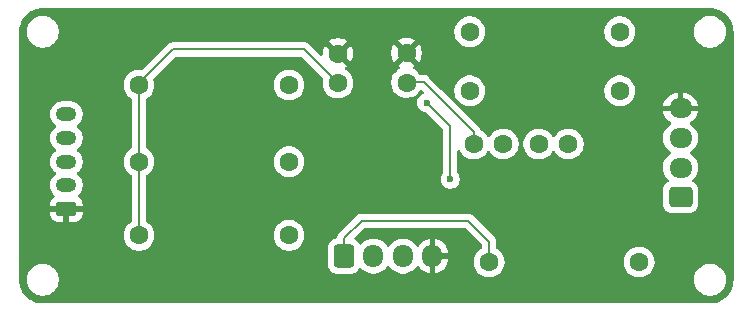
<source format=gbr>
%TF.GenerationSoftware,KiCad,Pcbnew,9.0.2*%
%TF.CreationDate,2025-07-11T15:27:11-07:00*%
%TF.ProjectId,I2C mux buffer,49324320-6d75-4782-9062-75666665722e,rev?*%
%TF.SameCoordinates,Original*%
%TF.FileFunction,Copper,L2,Bot*%
%TF.FilePolarity,Positive*%
%FSLAX46Y46*%
G04 Gerber Fmt 4.6, Leading zero omitted, Abs format (unit mm)*
G04 Created by KiCad (PCBNEW 9.0.2) date 2025-07-11 15:27:11*
%MOMM*%
%LPD*%
G01*
G04 APERTURE LIST*
G04 Aperture macros list*
%AMRoundRect*
0 Rectangle with rounded corners*
0 $1 Rounding radius*
0 $2 $3 $4 $5 $6 $7 $8 $9 X,Y pos of 4 corners*
0 Add a 4 corners polygon primitive as box body*
4,1,4,$2,$3,$4,$5,$6,$7,$8,$9,$2,$3,0*
0 Add four circle primitives for the rounded corners*
1,1,$1+$1,$2,$3*
1,1,$1+$1,$4,$5*
1,1,$1+$1,$6,$7*
1,1,$1+$1,$8,$9*
0 Add four rect primitives between the rounded corners*
20,1,$1+$1,$2,$3,$4,$5,0*
20,1,$1+$1,$4,$5,$6,$7,0*
20,1,$1+$1,$6,$7,$8,$9,0*
20,1,$1+$1,$8,$9,$2,$3,0*%
G04 Aperture macros list end*
%TA.AperFunction,ComponentPad*%
%ADD10C,1.600000*%
%TD*%
%TA.AperFunction,ComponentPad*%
%ADD11RoundRect,0.250000X-0.600000X-0.725000X0.600000X-0.725000X0.600000X0.725000X-0.600000X0.725000X0*%
%TD*%
%TA.AperFunction,ComponentPad*%
%ADD12O,1.700000X1.950000*%
%TD*%
%TA.AperFunction,ComponentPad*%
%ADD13RoundRect,0.250000X0.625000X-0.350000X0.625000X0.350000X-0.625000X0.350000X-0.625000X-0.350000X0*%
%TD*%
%TA.AperFunction,ComponentPad*%
%ADD14O,1.750000X1.200000*%
%TD*%
%TA.AperFunction,ComponentPad*%
%ADD15RoundRect,0.250000X0.725000X-0.600000X0.725000X0.600000X-0.725000X0.600000X-0.725000X-0.600000X0*%
%TD*%
%TA.AperFunction,ComponentPad*%
%ADD16O,1.950000X1.700000*%
%TD*%
%TA.AperFunction,ViaPad*%
%ADD17C,0.600000*%
%TD*%
%TA.AperFunction,Conductor*%
%ADD18C,0.200000*%
%TD*%
G04 APERTURE END LIST*
D10*
%TO.P,R6,1*%
%TO.N,Net-(U2-EN)*%
X96500000Y-94000000D03*
%TO.P,R6,2*%
%TO.N,+3V3*%
X83800000Y-94000000D03*
%TD*%
D11*
%TO.P,J1,1,Pin_1*%
%TO.N,+3V3*%
X71500000Y-93500000D03*
D12*
%TO.P,J1,2,Pin_2*%
%TO.N,Net-(J1-Pin_2)*%
X74000000Y-93500000D03*
%TO.P,J1,3,Pin_3*%
%TO.N,Net-(J1-Pin_3)*%
X76500000Y-93500000D03*
%TO.P,J1,4,Pin_4*%
%TO.N,GND*%
X79000000Y-93500000D03*
%TD*%
D10*
%TO.P,C3,1*%
%TO.N,+3V3*%
X71000000Y-78850000D03*
%TO.P,C3,2*%
%TO.N,GND*%
X71000000Y-76350000D03*
%TD*%
%TO.P,C4,1*%
%TO.N,+3V3*%
X76800000Y-78800000D03*
%TO.P,C4,2*%
%TO.N,GND*%
X76800000Y-76300000D03*
%TD*%
%TO.P,C1,1*%
%TO.N,+3V3*%
X88000000Y-84000000D03*
%TO.P,C1,2*%
%TO.N,Net-(U2-VCCB)*%
X90500000Y-84000000D03*
%TD*%
%TO.P,R5,1*%
%TO.N,Net-(U1-SD4)*%
X82150000Y-79500000D03*
%TO.P,R5,2*%
%TO.N,+3V3*%
X94850000Y-79500000D03*
%TD*%
%TO.P,C2,1*%
%TO.N,+3V3*%
X82500000Y-84000000D03*
%TO.P,C2,2*%
%TO.N,Net-(U2-VCCA)*%
X85000000Y-84000000D03*
%TD*%
%TO.P,R2,1*%
%TO.N,+3V3*%
X54150000Y-79000000D03*
%TO.P,R2,2*%
%TO.N,Net-(J3-Pin_4)*%
X66850000Y-79000000D03*
%TD*%
%TO.P,R4,1*%
%TO.N,Net-(U1-SC4)*%
X82150000Y-74500000D03*
%TO.P,R4,2*%
%TO.N,+3V3*%
X94850000Y-74500000D03*
%TD*%
D13*
%TO.P,J3,1,Pin_1*%
%TO.N,GND*%
X48000000Y-89500000D03*
D14*
%TO.P,J3,2,Pin_2*%
%TO.N,Net-(J3-Pin_2)*%
X48000000Y-87500000D03*
%TO.P,J3,3,Pin_3*%
%TO.N,Net-(J3-Pin_3)*%
X48000000Y-85500000D03*
%TO.P,J3,4,Pin_4*%
%TO.N,Net-(J3-Pin_4)*%
X48000000Y-83500000D03*
%TO.P,J3,5,Pin_5*%
%TO.N,+3V3*%
X48000000Y-81500000D03*
%TD*%
D15*
%TO.P,J2,1,Pin_1*%
%TO.N,+3V3*%
X100000000Y-88500000D03*
D16*
%TO.P,J2,2,Pin_2*%
%TO.N,Net-(J2-Pin_2)*%
X100000000Y-86000000D03*
%TO.P,J2,3,Pin_3*%
%TO.N,Net-(J2-Pin_3)*%
X100000000Y-83500000D03*
%TO.P,J2,4,Pin_4*%
%TO.N,GND*%
X100000000Y-81000000D03*
%TD*%
D10*
%TO.P,R1,1*%
%TO.N,+3V3*%
X54150000Y-85500000D03*
%TO.P,R1,2*%
%TO.N,Net-(J3-Pin_3)*%
X66850000Y-85500000D03*
%TD*%
%TO.P,R3,1*%
%TO.N,+3V3*%
X54150000Y-91750000D03*
%TO.P,R3,2*%
%TO.N,Net-(J3-Pin_2)*%
X66850000Y-91750000D03*
%TD*%
D17*
%TO.N,Net-(U1-SC4)*%
X78500000Y-80500000D03*
X80500000Y-87000000D03*
%TD*%
D18*
%TO.N,+3V3*%
X54150000Y-78850000D02*
X54150000Y-79000000D01*
X57000000Y-76000000D02*
X54150000Y-78850000D01*
X68150000Y-76000000D02*
X57000000Y-76000000D01*
X71000000Y-78850000D02*
X68150000Y-76000000D01*
X78250000Y-78750000D02*
X82500000Y-83000000D01*
X76800000Y-78800000D02*
X76850000Y-78750000D01*
X76850000Y-78750000D02*
X78250000Y-78750000D01*
X82500000Y-83000000D02*
X82500000Y-84000000D01*
%TO.N,Net-(U1-SC4)*%
X80500000Y-82500000D02*
X80500000Y-87000000D01*
X78517835Y-80517835D02*
X80500000Y-82500000D01*
X78500000Y-80500000D02*
X78482165Y-80517835D01*
X78482165Y-80517835D02*
X78517835Y-80517835D01*
%TO.N,+3V3*%
X73000000Y-90500000D02*
X82000000Y-90500000D01*
X71500000Y-93500000D02*
X71500000Y-92000000D01*
X82000000Y-90500000D02*
X83800000Y-92300000D01*
X83800000Y-92300000D02*
X83800000Y-94000000D01*
X54150000Y-81000000D02*
X54150000Y-91750000D01*
X54150000Y-79000000D02*
X54150000Y-81000000D01*
X71500000Y-92000000D02*
X73000000Y-90500000D01*
%TD*%
%TA.AperFunction,Conductor*%
%TO.N,GND*%
G36*
X102504043Y-72500765D02*
G01*
X102752895Y-72517075D01*
X102768953Y-72519190D01*
X102976105Y-72560395D01*
X103009535Y-72567045D01*
X103025202Y-72571243D01*
X103194947Y-72628863D01*
X103257481Y-72650091D01*
X103272458Y-72656294D01*
X103481799Y-72759529D01*
X103492460Y-72764787D01*
X103506508Y-72772897D01*
X103710464Y-72909177D01*
X103723328Y-72919048D01*
X103907749Y-73080781D01*
X103919218Y-73092250D01*
X104056196Y-73248444D01*
X104080951Y-73276671D01*
X104090825Y-73289539D01*
X104227102Y-73493492D01*
X104235212Y-73507539D01*
X104343702Y-73727534D01*
X104349909Y-73742520D01*
X104428756Y-73974797D01*
X104432954Y-73990464D01*
X104480807Y-74231035D01*
X104482925Y-74247116D01*
X104499235Y-74495956D01*
X104499500Y-74504066D01*
X104499500Y-95495933D01*
X104499235Y-95504043D01*
X104482925Y-95752883D01*
X104480807Y-95768964D01*
X104432954Y-96009535D01*
X104428756Y-96025202D01*
X104349909Y-96257479D01*
X104343702Y-96272465D01*
X104235212Y-96492460D01*
X104227102Y-96506507D01*
X104090825Y-96710460D01*
X104080951Y-96723328D01*
X103919218Y-96907749D01*
X103907749Y-96919218D01*
X103723328Y-97080951D01*
X103710460Y-97090825D01*
X103506507Y-97227102D01*
X103492460Y-97235212D01*
X103272465Y-97343702D01*
X103257479Y-97349909D01*
X103025202Y-97428756D01*
X103009535Y-97432954D01*
X102768964Y-97480807D01*
X102752883Y-97482925D01*
X102504043Y-97499235D01*
X102495933Y-97499500D01*
X46004067Y-97499500D01*
X45995957Y-97499235D01*
X45747116Y-97482925D01*
X45731035Y-97480807D01*
X45490464Y-97432954D01*
X45474797Y-97428756D01*
X45242520Y-97349909D01*
X45227534Y-97343702D01*
X45007539Y-97235212D01*
X44993492Y-97227102D01*
X44789539Y-97090825D01*
X44776671Y-97080951D01*
X44592250Y-96919218D01*
X44580781Y-96907749D01*
X44443804Y-96751557D01*
X44419045Y-96723325D01*
X44409174Y-96710460D01*
X44272897Y-96506507D01*
X44264787Y-96492460D01*
X44158855Y-96277652D01*
X44156294Y-96272458D01*
X44150090Y-96257479D01*
X44071243Y-96025202D01*
X44067045Y-96009535D01*
X44059186Y-95970026D01*
X44019190Y-95768953D01*
X44017075Y-95752895D01*
X44000765Y-95504043D01*
X44000500Y-95495933D01*
X44000500Y-95393713D01*
X44649500Y-95393713D01*
X44649500Y-95606286D01*
X44675265Y-95768964D01*
X44682754Y-95816243D01*
X44732721Y-95970026D01*
X44748444Y-96018414D01*
X44844951Y-96207820D01*
X44969890Y-96379786D01*
X45120213Y-96530109D01*
X45292179Y-96655048D01*
X45292181Y-96655049D01*
X45292184Y-96655051D01*
X45481588Y-96751557D01*
X45683757Y-96817246D01*
X45893713Y-96850500D01*
X45893714Y-96850500D01*
X46106286Y-96850500D01*
X46106287Y-96850500D01*
X46316243Y-96817246D01*
X46518412Y-96751557D01*
X46707816Y-96655051D01*
X46729789Y-96639086D01*
X46879786Y-96530109D01*
X46879788Y-96530106D01*
X46879792Y-96530104D01*
X47030104Y-96379792D01*
X47030106Y-96379788D01*
X47030109Y-96379786D01*
X47155048Y-96207820D01*
X47155047Y-96207820D01*
X47155051Y-96207816D01*
X47251557Y-96018412D01*
X47317246Y-95816243D01*
X47350500Y-95606287D01*
X47350500Y-95393713D01*
X101149500Y-95393713D01*
X101149500Y-95606286D01*
X101175265Y-95768964D01*
X101182754Y-95816243D01*
X101232721Y-95970026D01*
X101248444Y-96018414D01*
X101344951Y-96207820D01*
X101469890Y-96379786D01*
X101620213Y-96530109D01*
X101792179Y-96655048D01*
X101792181Y-96655049D01*
X101792184Y-96655051D01*
X101981588Y-96751557D01*
X102183757Y-96817246D01*
X102393713Y-96850500D01*
X102393714Y-96850500D01*
X102606286Y-96850500D01*
X102606287Y-96850500D01*
X102816243Y-96817246D01*
X103018412Y-96751557D01*
X103207816Y-96655051D01*
X103229789Y-96639086D01*
X103379786Y-96530109D01*
X103379788Y-96530106D01*
X103379792Y-96530104D01*
X103530104Y-96379792D01*
X103530106Y-96379788D01*
X103530109Y-96379786D01*
X103655048Y-96207820D01*
X103655047Y-96207820D01*
X103655051Y-96207816D01*
X103751557Y-96018412D01*
X103817246Y-95816243D01*
X103850500Y-95606287D01*
X103850500Y-95393713D01*
X103817246Y-95183757D01*
X103751557Y-94981588D01*
X103655051Y-94792184D01*
X103655049Y-94792181D01*
X103655048Y-94792179D01*
X103530109Y-94620213D01*
X103379786Y-94469890D01*
X103207820Y-94344951D01*
X103018414Y-94248444D01*
X103018413Y-94248443D01*
X103018412Y-94248443D01*
X102816243Y-94182754D01*
X102816241Y-94182753D01*
X102816240Y-94182753D01*
X102654957Y-94157208D01*
X102606287Y-94149500D01*
X102393713Y-94149500D01*
X102345042Y-94157208D01*
X102183760Y-94182753D01*
X101981585Y-94248444D01*
X101792179Y-94344951D01*
X101620213Y-94469890D01*
X101469890Y-94620213D01*
X101344951Y-94792179D01*
X101248444Y-94981585D01*
X101182753Y-95183760D01*
X101149500Y-95393713D01*
X47350500Y-95393713D01*
X47317246Y-95183757D01*
X47251557Y-94981588D01*
X47155051Y-94792184D01*
X47155049Y-94792181D01*
X47155048Y-94792179D01*
X47030109Y-94620213D01*
X46879786Y-94469890D01*
X46707820Y-94344951D01*
X46518414Y-94248444D01*
X46518413Y-94248443D01*
X46518412Y-94248443D01*
X46316243Y-94182754D01*
X46316241Y-94182753D01*
X46316240Y-94182753D01*
X46154957Y-94157208D01*
X46106287Y-94149500D01*
X45893713Y-94149500D01*
X45845042Y-94157208D01*
X45683760Y-94182753D01*
X45481585Y-94248444D01*
X45292179Y-94344951D01*
X45120213Y-94469890D01*
X44969890Y-94620213D01*
X44844951Y-94792179D01*
X44748444Y-94981585D01*
X44682753Y-95183760D01*
X44649500Y-95393713D01*
X44000500Y-95393713D01*
X44000500Y-81413389D01*
X46624500Y-81413389D01*
X46624500Y-81586611D01*
X46651598Y-81757701D01*
X46705127Y-81922445D01*
X46783768Y-82076788D01*
X46885586Y-82216928D01*
X47008072Y-82339414D01*
X47022653Y-82350008D01*
X47091023Y-82399683D01*
X47133689Y-82455013D01*
X47139667Y-82524626D01*
X47107061Y-82586421D01*
X47091023Y-82600317D01*
X47008078Y-82660581D01*
X47008069Y-82660588D01*
X46885588Y-82783069D01*
X46885588Y-82783070D01*
X46885586Y-82783072D01*
X46878966Y-82792184D01*
X46783768Y-82923211D01*
X46705128Y-83077552D01*
X46651597Y-83242302D01*
X46627616Y-83393713D01*
X46624500Y-83413389D01*
X46624500Y-83586611D01*
X46651598Y-83757701D01*
X46705127Y-83922445D01*
X46783768Y-84076788D01*
X46885586Y-84216928D01*
X47008072Y-84339414D01*
X47008078Y-84339418D01*
X47091023Y-84399683D01*
X47133689Y-84455013D01*
X47139667Y-84524626D01*
X47107061Y-84586421D01*
X47091023Y-84600317D01*
X47008078Y-84660581D01*
X47008069Y-84660588D01*
X46885588Y-84783069D01*
X46885588Y-84783070D01*
X46885586Y-84783072D01*
X46876928Y-84794989D01*
X46783768Y-84923211D01*
X46705128Y-85077552D01*
X46651597Y-85242302D01*
X46643697Y-85292184D01*
X46624500Y-85413389D01*
X46624500Y-85586611D01*
X46651598Y-85757701D01*
X46705127Y-85922445D01*
X46783768Y-86076788D01*
X46885586Y-86216928D01*
X47008072Y-86339414D01*
X47018815Y-86347219D01*
X47091023Y-86399683D01*
X47133689Y-86455013D01*
X47139667Y-86524626D01*
X47107061Y-86586421D01*
X47091023Y-86600317D01*
X47008078Y-86660581D01*
X47008069Y-86660588D01*
X46885588Y-86783069D01*
X46885588Y-86783070D01*
X46885586Y-86783072D01*
X46872924Y-86800500D01*
X46783768Y-86923211D01*
X46705128Y-87077552D01*
X46651597Y-87242302D01*
X46624500Y-87413389D01*
X46624500Y-87586610D01*
X46649934Y-87747200D01*
X46651598Y-87757701D01*
X46705127Y-87922445D01*
X46783768Y-88076788D01*
X46885586Y-88216928D01*
X46885588Y-88216930D01*
X46993491Y-88324833D01*
X47026976Y-88386156D01*
X47021992Y-88455848D01*
X46980120Y-88511781D01*
X46970907Y-88518053D01*
X46906654Y-88557684D01*
X46782684Y-88681654D01*
X46690643Y-88830875D01*
X46690641Y-88830880D01*
X46635494Y-88997302D01*
X46635493Y-88997309D01*
X46625000Y-89100013D01*
X46625000Y-89250000D01*
X47719670Y-89250000D01*
X47699925Y-89269745D01*
X47650556Y-89355255D01*
X47625000Y-89450630D01*
X47625000Y-89549370D01*
X47650556Y-89644745D01*
X47699925Y-89730255D01*
X47719670Y-89750000D01*
X46625001Y-89750000D01*
X46625001Y-89899986D01*
X46635494Y-90002697D01*
X46690641Y-90169119D01*
X46690643Y-90169124D01*
X46782684Y-90318345D01*
X46906654Y-90442315D01*
X47055875Y-90534356D01*
X47055880Y-90534358D01*
X47222302Y-90589505D01*
X47222309Y-90589506D01*
X47325019Y-90599999D01*
X47749999Y-90599999D01*
X47750000Y-90599998D01*
X47750000Y-89780330D01*
X47769745Y-89800075D01*
X47855255Y-89849444D01*
X47950630Y-89875000D01*
X48049370Y-89875000D01*
X48144745Y-89849444D01*
X48230255Y-89800075D01*
X48250000Y-89780330D01*
X48250000Y-90599999D01*
X48674972Y-90599999D01*
X48674986Y-90599998D01*
X48777697Y-90589505D01*
X48944119Y-90534358D01*
X48944124Y-90534356D01*
X49093345Y-90442315D01*
X49217315Y-90318345D01*
X49309356Y-90169124D01*
X49309358Y-90169119D01*
X49364505Y-90002697D01*
X49364506Y-90002690D01*
X49374999Y-89899986D01*
X49375000Y-89899973D01*
X49375000Y-89750000D01*
X48280330Y-89750000D01*
X48300075Y-89730255D01*
X48349444Y-89644745D01*
X48375000Y-89549370D01*
X48375000Y-89450630D01*
X48349444Y-89355255D01*
X48300075Y-89269745D01*
X48280330Y-89250000D01*
X49374999Y-89250000D01*
X49374999Y-89100028D01*
X49374998Y-89100013D01*
X49364505Y-88997302D01*
X49309358Y-88830880D01*
X49309356Y-88830875D01*
X49217315Y-88681654D01*
X49093343Y-88557682D01*
X49029093Y-88518053D01*
X48982368Y-88466105D01*
X48971145Y-88397143D01*
X48998988Y-88333061D01*
X49006486Y-88324855D01*
X49114414Y-88216928D01*
X49216232Y-88076788D01*
X49294873Y-87922445D01*
X49348402Y-87757701D01*
X49375500Y-87586611D01*
X49375500Y-87413389D01*
X49348402Y-87242299D01*
X49294873Y-87077555D01*
X49216232Y-86923212D01*
X49114414Y-86783072D01*
X48991928Y-86660586D01*
X48908975Y-86600317D01*
X48866311Y-86544988D01*
X48860332Y-86475374D01*
X48892938Y-86413579D01*
X48908976Y-86399682D01*
X48991928Y-86339414D01*
X49114414Y-86216928D01*
X49216232Y-86076788D01*
X49294873Y-85922445D01*
X49348402Y-85757701D01*
X49375500Y-85586611D01*
X49375500Y-85413389D01*
X49348402Y-85242299D01*
X49294873Y-85077555D01*
X49216232Y-84923212D01*
X49114414Y-84783072D01*
X48991928Y-84660586D01*
X48908975Y-84600317D01*
X48866311Y-84544988D01*
X48860332Y-84475374D01*
X48892938Y-84413579D01*
X48908976Y-84399682D01*
X48991928Y-84339414D01*
X49114414Y-84216928D01*
X49216232Y-84076788D01*
X49294873Y-83922445D01*
X49348402Y-83757701D01*
X49375500Y-83586611D01*
X49375500Y-83413389D01*
X49348402Y-83242299D01*
X49294873Y-83077555D01*
X49216232Y-82923212D01*
X49114414Y-82783072D01*
X48991928Y-82660586D01*
X48908975Y-82600317D01*
X48866311Y-82544988D01*
X48860332Y-82475374D01*
X48892938Y-82413579D01*
X48908976Y-82399682D01*
X48991928Y-82339414D01*
X49114414Y-82216928D01*
X49216232Y-82076788D01*
X49294873Y-81922445D01*
X49348402Y-81757701D01*
X49375500Y-81586611D01*
X49375500Y-81413389D01*
X49348402Y-81242299D01*
X49294873Y-81077555D01*
X49216232Y-80923212D01*
X49114414Y-80783072D01*
X48991928Y-80660586D01*
X48851788Y-80558768D01*
X48697445Y-80480127D01*
X48532701Y-80426598D01*
X48532699Y-80426597D01*
X48532698Y-80426597D01*
X48401271Y-80405781D01*
X48361611Y-80399500D01*
X47638389Y-80399500D01*
X47598728Y-80405781D01*
X47467302Y-80426597D01*
X47302552Y-80480128D01*
X47148211Y-80558768D01*
X47074554Y-80612284D01*
X47008072Y-80660586D01*
X47008070Y-80660588D01*
X47008069Y-80660588D01*
X46885588Y-80783069D01*
X46885588Y-80783070D01*
X46885586Y-80783072D01*
X46872924Y-80800500D01*
X46783768Y-80923211D01*
X46705128Y-81077552D01*
X46651597Y-81242302D01*
X46636983Y-81334574D01*
X46624500Y-81413389D01*
X44000500Y-81413389D01*
X44000500Y-78897648D01*
X52849500Y-78897648D01*
X52849500Y-79102351D01*
X52881522Y-79304534D01*
X52944781Y-79499223D01*
X53037715Y-79681613D01*
X53158028Y-79847213D01*
X53158034Y-79847219D01*
X53302781Y-79991966D01*
X53468390Y-80112287D01*
X53481793Y-80119116D01*
X53532589Y-80167088D01*
X53549500Y-80229601D01*
X53549500Y-84270397D01*
X53529815Y-84337436D01*
X53481800Y-84380879D01*
X53468389Y-84387712D01*
X53302786Y-84508028D01*
X53158028Y-84652786D01*
X53037715Y-84818386D01*
X52944781Y-85000776D01*
X52881522Y-85195465D01*
X52849500Y-85397648D01*
X52849500Y-85602351D01*
X52881522Y-85804534D01*
X52944781Y-85999223D01*
X53037715Y-86181613D01*
X53158028Y-86347213D01*
X53158034Y-86347219D01*
X53302781Y-86491966D01*
X53468390Y-86612287D01*
X53481793Y-86619116D01*
X53532589Y-86667088D01*
X53549500Y-86729601D01*
X53549500Y-90520397D01*
X53529815Y-90587436D01*
X53481800Y-90630879D01*
X53468389Y-90637712D01*
X53302786Y-90758028D01*
X53158028Y-90902786D01*
X53037715Y-91068386D01*
X52944781Y-91250776D01*
X52881522Y-91445465D01*
X52849500Y-91647648D01*
X52849500Y-91852351D01*
X52881522Y-92054534D01*
X52944781Y-92249223D01*
X53037715Y-92431613D01*
X53158028Y-92597213D01*
X53302786Y-92741971D01*
X53456340Y-92853532D01*
X53468390Y-92862287D01*
X53584607Y-92921503D01*
X53650776Y-92955218D01*
X53650778Y-92955218D01*
X53650781Y-92955220D01*
X53755137Y-92989127D01*
X53845465Y-93018477D01*
X53946557Y-93034488D01*
X54047648Y-93050500D01*
X54047649Y-93050500D01*
X54252351Y-93050500D01*
X54252352Y-93050500D01*
X54454534Y-93018477D01*
X54649219Y-92955220D01*
X54831610Y-92862287D01*
X54958087Y-92770397D01*
X54997213Y-92741971D01*
X54997215Y-92741968D01*
X54997219Y-92741966D01*
X55141966Y-92597219D01*
X55141968Y-92597215D01*
X55141971Y-92597213D01*
X55203731Y-92512206D01*
X55262287Y-92431610D01*
X55355220Y-92249219D01*
X55418477Y-92054534D01*
X55450500Y-91852352D01*
X55450500Y-91647648D01*
X65549500Y-91647648D01*
X65549500Y-91852351D01*
X65581522Y-92054534D01*
X65644781Y-92249223D01*
X65737715Y-92431613D01*
X65858028Y-92597213D01*
X66002786Y-92741971D01*
X66156340Y-92853532D01*
X66168390Y-92862287D01*
X66284607Y-92921503D01*
X66350776Y-92955218D01*
X66350778Y-92955218D01*
X66350781Y-92955220D01*
X66455137Y-92989127D01*
X66545465Y-93018477D01*
X66646557Y-93034488D01*
X66747648Y-93050500D01*
X66747649Y-93050500D01*
X66952351Y-93050500D01*
X66952352Y-93050500D01*
X67154534Y-93018477D01*
X67349219Y-92955220D01*
X67531610Y-92862287D01*
X67658087Y-92770397D01*
X67697213Y-92741971D01*
X67697215Y-92741968D01*
X67697219Y-92741966D01*
X67714202Y-92724983D01*
X70149500Y-92724983D01*
X70149500Y-94275001D01*
X70149501Y-94275018D01*
X70160000Y-94377796D01*
X70160001Y-94377799D01*
X70205894Y-94516294D01*
X70215186Y-94544334D01*
X70307288Y-94693656D01*
X70431344Y-94817712D01*
X70580666Y-94909814D01*
X70747203Y-94964999D01*
X70849991Y-94975500D01*
X72150008Y-94975499D01*
X72252797Y-94964999D01*
X72419334Y-94909814D01*
X72568656Y-94817712D01*
X72692712Y-94693656D01*
X72784814Y-94544334D01*
X72784814Y-94544331D01*
X72788178Y-94538879D01*
X72840126Y-94492154D01*
X72909088Y-94480931D01*
X72973170Y-94508774D01*
X72981398Y-94516294D01*
X73120213Y-94655109D01*
X73292179Y-94780048D01*
X73292181Y-94780049D01*
X73292184Y-94780051D01*
X73481588Y-94876557D01*
X73683757Y-94942246D01*
X73893713Y-94975500D01*
X73893714Y-94975500D01*
X74106286Y-94975500D01*
X74106287Y-94975500D01*
X74316243Y-94942246D01*
X74518412Y-94876557D01*
X74707816Y-94780051D01*
X74729789Y-94764086D01*
X74879786Y-94655109D01*
X74879788Y-94655106D01*
X74879792Y-94655104D01*
X75030104Y-94504792D01*
X75149683Y-94340204D01*
X75205011Y-94297540D01*
X75274624Y-94291561D01*
X75336420Y-94324166D01*
X75350313Y-94340199D01*
X75444543Y-94469896D01*
X75469896Y-94504792D01*
X75620213Y-94655109D01*
X75792179Y-94780048D01*
X75792181Y-94780049D01*
X75792184Y-94780051D01*
X75981588Y-94876557D01*
X76183757Y-94942246D01*
X76393713Y-94975500D01*
X76393714Y-94975500D01*
X76606286Y-94975500D01*
X76606287Y-94975500D01*
X76816243Y-94942246D01*
X77018412Y-94876557D01*
X77207816Y-94780051D01*
X77229789Y-94764086D01*
X77379786Y-94655109D01*
X77379788Y-94655106D01*
X77379792Y-94655104D01*
X77530104Y-94504792D01*
X77649991Y-94339779D01*
X77705320Y-94297115D01*
X77774933Y-94291136D01*
X77836729Y-94323741D01*
X77850627Y-94339781D01*
X77970272Y-94504459D01*
X77970276Y-94504464D01*
X78120535Y-94654723D01*
X78120540Y-94654727D01*
X78292442Y-94779620D01*
X78481782Y-94876095D01*
X78683871Y-94941757D01*
X78750000Y-94952231D01*
X78750000Y-93904145D01*
X78816657Y-93942630D01*
X78937465Y-93975000D01*
X79062535Y-93975000D01*
X79183343Y-93942630D01*
X79250000Y-93904145D01*
X79250000Y-94952230D01*
X79316126Y-94941757D01*
X79316129Y-94941757D01*
X79518217Y-94876095D01*
X79707557Y-94779620D01*
X79879459Y-94654727D01*
X79879464Y-94654723D01*
X80029723Y-94504464D01*
X80029727Y-94504459D01*
X80154620Y-94332557D01*
X80251095Y-94143217D01*
X80316757Y-93941130D01*
X80316757Y-93941127D01*
X80347030Y-93750000D01*
X79404146Y-93750000D01*
X79442630Y-93683343D01*
X79475000Y-93562535D01*
X79475000Y-93437465D01*
X79442630Y-93316657D01*
X79404146Y-93250000D01*
X80347030Y-93250000D01*
X80316757Y-93058872D01*
X80316757Y-93058869D01*
X80251095Y-92856782D01*
X80154620Y-92667442D01*
X80029727Y-92495540D01*
X80029723Y-92495535D01*
X79879464Y-92345276D01*
X79879459Y-92345272D01*
X79707557Y-92220379D01*
X79518215Y-92123903D01*
X79316124Y-92058241D01*
X79250000Y-92047768D01*
X79250000Y-93095854D01*
X79183343Y-93057370D01*
X79062535Y-93025000D01*
X78937465Y-93025000D01*
X78816657Y-93057370D01*
X78750000Y-93095854D01*
X78750000Y-92047768D01*
X78749999Y-92047768D01*
X78683875Y-92058241D01*
X78481784Y-92123903D01*
X78292442Y-92220379D01*
X78120540Y-92345272D01*
X78120535Y-92345276D01*
X77970276Y-92495535D01*
X77970272Y-92495540D01*
X77850627Y-92660218D01*
X77795297Y-92702884D01*
X77725684Y-92708863D01*
X77663889Y-92676257D01*
X77649991Y-92660218D01*
X77530109Y-92495214D01*
X77530105Y-92495209D01*
X77379786Y-92344890D01*
X77207820Y-92219951D01*
X77018414Y-92123444D01*
X77018413Y-92123443D01*
X77018412Y-92123443D01*
X76816243Y-92057754D01*
X76816241Y-92057753D01*
X76816240Y-92057753D01*
X76654957Y-92032208D01*
X76606287Y-92024500D01*
X76393713Y-92024500D01*
X76345042Y-92032208D01*
X76183760Y-92057753D01*
X75981585Y-92123444D01*
X75792179Y-92219951D01*
X75620213Y-92344890D01*
X75469894Y-92495209D01*
X75469890Y-92495214D01*
X75350318Y-92659793D01*
X75294989Y-92702459D01*
X75225375Y-92708438D01*
X75163580Y-92675833D01*
X75149682Y-92659793D01*
X75030109Y-92495214D01*
X75030105Y-92495209D01*
X74879786Y-92344890D01*
X74707820Y-92219951D01*
X74518414Y-92123444D01*
X74518413Y-92123443D01*
X74518412Y-92123443D01*
X74316243Y-92057754D01*
X74316241Y-92057753D01*
X74316240Y-92057753D01*
X74154957Y-92032208D01*
X74106287Y-92024500D01*
X73893713Y-92024500D01*
X73845042Y-92032208D01*
X73683760Y-92057753D01*
X73481585Y-92123444D01*
X73292179Y-92219951D01*
X73120215Y-92344889D01*
X72981398Y-92483706D01*
X72920075Y-92517190D01*
X72850383Y-92512206D01*
X72794450Y-92470334D01*
X72788178Y-92461120D01*
X72692712Y-92306344D01*
X72568655Y-92182287D01*
X72473254Y-92123444D01*
X72453671Y-92111365D01*
X72406947Y-92059418D01*
X72395724Y-91990456D01*
X72423567Y-91926374D01*
X72431074Y-91918159D01*
X73212416Y-91136819D01*
X73273739Y-91103334D01*
X73300097Y-91100500D01*
X81699903Y-91100500D01*
X81766942Y-91120185D01*
X81787584Y-91136819D01*
X83163181Y-92512416D01*
X83177884Y-92539343D01*
X83194477Y-92565162D01*
X83195368Y-92571362D01*
X83196666Y-92573739D01*
X83199500Y-92600097D01*
X83199500Y-92770397D01*
X83179815Y-92837436D01*
X83131800Y-92880879D01*
X83118389Y-92887712D01*
X82952786Y-93008028D01*
X82808028Y-93152786D01*
X82687715Y-93318386D01*
X82594781Y-93500776D01*
X82531522Y-93695465D01*
X82499500Y-93897648D01*
X82499500Y-94102351D01*
X82531522Y-94304534D01*
X82594781Y-94499223D01*
X82617767Y-94544334D01*
X82674207Y-94655104D01*
X82687715Y-94681613D01*
X82808028Y-94847213D01*
X82952786Y-94991971D01*
X83107749Y-95104556D01*
X83118390Y-95112287D01*
X83234607Y-95171503D01*
X83300776Y-95205218D01*
X83300778Y-95205218D01*
X83300781Y-95205220D01*
X83405137Y-95239127D01*
X83495465Y-95268477D01*
X83596557Y-95284488D01*
X83697648Y-95300500D01*
X83697649Y-95300500D01*
X83902351Y-95300500D01*
X83902352Y-95300500D01*
X84104534Y-95268477D01*
X84299219Y-95205220D01*
X84481610Y-95112287D01*
X84574590Y-95044732D01*
X84647213Y-94991971D01*
X84647215Y-94991968D01*
X84647219Y-94991966D01*
X84791966Y-94847219D01*
X84791968Y-94847215D01*
X84791971Y-94847213D01*
X84903534Y-94693657D01*
X84912287Y-94681610D01*
X85005220Y-94499219D01*
X85068477Y-94304534D01*
X85100500Y-94102352D01*
X85100500Y-93897648D01*
X95199500Y-93897648D01*
X95199500Y-94102351D01*
X95231522Y-94304534D01*
X95294781Y-94499223D01*
X95317767Y-94544334D01*
X95374207Y-94655104D01*
X95387715Y-94681613D01*
X95508028Y-94847213D01*
X95652786Y-94991971D01*
X95807749Y-95104556D01*
X95818390Y-95112287D01*
X95934607Y-95171503D01*
X96000776Y-95205218D01*
X96000778Y-95205218D01*
X96000781Y-95205220D01*
X96105137Y-95239127D01*
X96195465Y-95268477D01*
X96296557Y-95284488D01*
X96397648Y-95300500D01*
X96397649Y-95300500D01*
X96602351Y-95300500D01*
X96602352Y-95300500D01*
X96804534Y-95268477D01*
X96999219Y-95205220D01*
X97181610Y-95112287D01*
X97274590Y-95044732D01*
X97347213Y-94991971D01*
X97347215Y-94991968D01*
X97347219Y-94991966D01*
X97491966Y-94847219D01*
X97491968Y-94847215D01*
X97491971Y-94847213D01*
X97603534Y-94693657D01*
X97612287Y-94681610D01*
X97705220Y-94499219D01*
X97768477Y-94304534D01*
X97800500Y-94102352D01*
X97800500Y-93897648D01*
X97783712Y-93791657D01*
X97768477Y-93695465D01*
X97705218Y-93500776D01*
X97671503Y-93434607D01*
X97612287Y-93318390D01*
X97576195Y-93268713D01*
X97491971Y-93152786D01*
X97347213Y-93008028D01*
X97181613Y-92887715D01*
X97181612Y-92887714D01*
X97181610Y-92887713D01*
X97114526Y-92853532D01*
X96999223Y-92794781D01*
X96804534Y-92731522D01*
X96621034Y-92702459D01*
X96602352Y-92699500D01*
X96397648Y-92699500D01*
X96378966Y-92702459D01*
X96195465Y-92731522D01*
X96000776Y-92794781D01*
X95818386Y-92887715D01*
X95652786Y-93008028D01*
X95508028Y-93152786D01*
X95387715Y-93318386D01*
X95294781Y-93500776D01*
X95231522Y-93695465D01*
X95199500Y-93897648D01*
X85100500Y-93897648D01*
X85083712Y-93791657D01*
X85068477Y-93695465D01*
X85005218Y-93500776D01*
X84971503Y-93434607D01*
X84912287Y-93318390D01*
X84876195Y-93268713D01*
X84791971Y-93152786D01*
X84647213Y-93008028D01*
X84481610Y-92887712D01*
X84468200Y-92880879D01*
X84417406Y-92832903D01*
X84400500Y-92770397D01*
X84400500Y-92220945D01*
X84400500Y-92220943D01*
X84359577Y-92068216D01*
X84349229Y-92050292D01*
X84280524Y-91931290D01*
X84280521Y-91931286D01*
X84280520Y-91931284D01*
X84168716Y-91819480D01*
X84168715Y-91819479D01*
X84164385Y-91815149D01*
X84164374Y-91815139D01*
X82487590Y-90138355D01*
X82487588Y-90138352D01*
X82368717Y-90019481D01*
X82368716Y-90019480D01*
X82281904Y-89969360D01*
X82281904Y-89969359D01*
X82281900Y-89969358D01*
X82231785Y-89940423D01*
X82079057Y-89899499D01*
X81920943Y-89899499D01*
X81913347Y-89899499D01*
X81913331Y-89899500D01*
X72920940Y-89899500D01*
X72880019Y-89910464D01*
X72880019Y-89910465D01*
X72842751Y-89920451D01*
X72768214Y-89940423D01*
X72768209Y-89940426D01*
X72631290Y-90019475D01*
X72631282Y-90019481D01*
X71019479Y-91631284D01*
X71010032Y-91647648D01*
X70980096Y-91699500D01*
X70940423Y-91768215D01*
X70899499Y-91920943D01*
X70899499Y-91920945D01*
X70899152Y-91923581D01*
X70898241Y-91925639D01*
X70897396Y-91928794D01*
X70896903Y-91928662D01*
X70870883Y-91987477D01*
X70812557Y-92025946D01*
X70788815Y-92030750D01*
X70747202Y-92035001D01*
X70747200Y-92035001D01*
X70580668Y-92090185D01*
X70580663Y-92090187D01*
X70431342Y-92182289D01*
X70307289Y-92306342D01*
X70215187Y-92455663D01*
X70215185Y-92455668D01*
X70210325Y-92470334D01*
X70160001Y-92622203D01*
X70160001Y-92622204D01*
X70160000Y-92622204D01*
X70149500Y-92724983D01*
X67714202Y-92724983D01*
X67841966Y-92597219D01*
X67841968Y-92597215D01*
X67841971Y-92597213D01*
X67903731Y-92512206D01*
X67962287Y-92431610D01*
X68055220Y-92249219D01*
X68118477Y-92054534D01*
X68150500Y-91852352D01*
X68150500Y-91647648D01*
X68118477Y-91445466D01*
X68055220Y-91250781D01*
X68055218Y-91250778D01*
X68055218Y-91250776D01*
X67997153Y-91136819D01*
X67962287Y-91068390D01*
X67954556Y-91057749D01*
X67841971Y-90902786D01*
X67697213Y-90758028D01*
X67531613Y-90637715D01*
X67531612Y-90637714D01*
X67531610Y-90637713D01*
X67457592Y-90599999D01*
X67349223Y-90544781D01*
X67154534Y-90481522D01*
X66979995Y-90453878D01*
X66952352Y-90449500D01*
X66747648Y-90449500D01*
X66723329Y-90453351D01*
X66545465Y-90481522D01*
X66350776Y-90544781D01*
X66168386Y-90637715D01*
X66002786Y-90758028D01*
X65858028Y-90902786D01*
X65737715Y-91068386D01*
X65644781Y-91250776D01*
X65581522Y-91445465D01*
X65549500Y-91647648D01*
X55450500Y-91647648D01*
X55418477Y-91445466D01*
X55355220Y-91250781D01*
X55355218Y-91250778D01*
X55355218Y-91250776D01*
X55297153Y-91136819D01*
X55262287Y-91068390D01*
X55254556Y-91057749D01*
X55141971Y-90902786D01*
X54997213Y-90758028D01*
X54831610Y-90637712D01*
X54818200Y-90630879D01*
X54767406Y-90582903D01*
X54750500Y-90520397D01*
X54750500Y-86729601D01*
X54770185Y-86662562D01*
X54818206Y-86619116D01*
X54831610Y-86612287D01*
X54997219Y-86491966D01*
X55141966Y-86347219D01*
X55141968Y-86347215D01*
X55141971Y-86347213D01*
X55194732Y-86274590D01*
X55262287Y-86181610D01*
X55355220Y-85999219D01*
X55418477Y-85804534D01*
X55450500Y-85602352D01*
X55450500Y-85397648D01*
X65549500Y-85397648D01*
X65549500Y-85602351D01*
X65581522Y-85804534D01*
X65644781Y-85999223D01*
X65737715Y-86181613D01*
X65858028Y-86347213D01*
X66002786Y-86491971D01*
X66132788Y-86586421D01*
X66168390Y-86612287D01*
X66263182Y-86660586D01*
X66350776Y-86705218D01*
X66350778Y-86705218D01*
X66350781Y-86705220D01*
X66425818Y-86729601D01*
X66545465Y-86768477D01*
X66637595Y-86783069D01*
X66747648Y-86800500D01*
X66747649Y-86800500D01*
X66952351Y-86800500D01*
X66952352Y-86800500D01*
X67154534Y-86768477D01*
X67349219Y-86705220D01*
X67531610Y-86612287D01*
X67652266Y-86524626D01*
X67697213Y-86491971D01*
X67697215Y-86491968D01*
X67697219Y-86491966D01*
X67841966Y-86347219D01*
X67841968Y-86347215D01*
X67841971Y-86347213D01*
X67894732Y-86274590D01*
X67962287Y-86181610D01*
X68055220Y-85999219D01*
X68118477Y-85804534D01*
X68150500Y-85602352D01*
X68150500Y-85397648D01*
X68118477Y-85195466D01*
X68055220Y-85000781D01*
X68055218Y-85000778D01*
X68055218Y-85000776D01*
X68021503Y-84934607D01*
X67962287Y-84818390D01*
X67930490Y-84774625D01*
X67841971Y-84652786D01*
X67697213Y-84508028D01*
X67531613Y-84387715D01*
X67531612Y-84387714D01*
X67531610Y-84387713D01*
X67474653Y-84358691D01*
X67349223Y-84294781D01*
X67154534Y-84231522D01*
X66979995Y-84203878D01*
X66952352Y-84199500D01*
X66747648Y-84199500D01*
X66723329Y-84203351D01*
X66545465Y-84231522D01*
X66350776Y-84294781D01*
X66168386Y-84387715D01*
X66002786Y-84508028D01*
X65858028Y-84652786D01*
X65737715Y-84818386D01*
X65644781Y-85000776D01*
X65581522Y-85195465D01*
X65549500Y-85397648D01*
X55450500Y-85397648D01*
X55418477Y-85195466D01*
X55355220Y-85000781D01*
X55355218Y-85000778D01*
X55355218Y-85000776D01*
X55321503Y-84934607D01*
X55262287Y-84818390D01*
X55230490Y-84774625D01*
X55141971Y-84652786D01*
X54997213Y-84508028D01*
X54831610Y-84387712D01*
X54818200Y-84380879D01*
X54767406Y-84332903D01*
X54750500Y-84270397D01*
X54750500Y-80229601D01*
X54770185Y-80162562D01*
X54818206Y-80119116D01*
X54831610Y-80112287D01*
X54997219Y-79991966D01*
X55141966Y-79847219D01*
X55141968Y-79847215D01*
X55141971Y-79847213D01*
X55213395Y-79748904D01*
X55262287Y-79681610D01*
X55355220Y-79499219D01*
X55418477Y-79304534D01*
X55450500Y-79102352D01*
X55450500Y-78897648D01*
X65549500Y-78897648D01*
X65549500Y-79102351D01*
X65581522Y-79304534D01*
X65644781Y-79499223D01*
X65737715Y-79681613D01*
X65858028Y-79847213D01*
X66002786Y-79991971D01*
X66089843Y-80055220D01*
X66168390Y-80112287D01*
X66249499Y-80153614D01*
X66350776Y-80205218D01*
X66350778Y-80205218D01*
X66350781Y-80205220D01*
X66425818Y-80229601D01*
X66545465Y-80268477D01*
X66646557Y-80284488D01*
X66747648Y-80300500D01*
X66747649Y-80300500D01*
X66952351Y-80300500D01*
X66952352Y-80300500D01*
X67154534Y-80268477D01*
X67349219Y-80205220D01*
X67531610Y-80112287D01*
X67624590Y-80044732D01*
X67697213Y-79991971D01*
X67697215Y-79991968D01*
X67697219Y-79991966D01*
X67841966Y-79847219D01*
X67841968Y-79847215D01*
X67841971Y-79847213D01*
X67913395Y-79748904D01*
X67962287Y-79681610D01*
X68055220Y-79499219D01*
X68118477Y-79304534D01*
X68150500Y-79102352D01*
X68150500Y-78897648D01*
X68126742Y-78747648D01*
X68118477Y-78695465D01*
X68069739Y-78545466D01*
X68055220Y-78500781D01*
X68055218Y-78500778D01*
X68055218Y-78500776D01*
X67997610Y-78387715D01*
X67962287Y-78318390D01*
X67945134Y-78294781D01*
X67841971Y-78152786D01*
X67697213Y-78008028D01*
X67531613Y-77887715D01*
X67531612Y-77887714D01*
X67531610Y-77887713D01*
X67473350Y-77858028D01*
X67349223Y-77794781D01*
X67154534Y-77731522D01*
X66979995Y-77703878D01*
X66952352Y-77699500D01*
X66747648Y-77699500D01*
X66723329Y-77703351D01*
X66545465Y-77731522D01*
X66350776Y-77794781D01*
X66168386Y-77887715D01*
X66002786Y-78008028D01*
X65858028Y-78152786D01*
X65737715Y-78318386D01*
X65644781Y-78500776D01*
X65581522Y-78695465D01*
X65549500Y-78897648D01*
X55450500Y-78897648D01*
X55418477Y-78695466D01*
X55418476Y-78695462D01*
X55418476Y-78695461D01*
X55377042Y-78567940D01*
X55375047Y-78498099D01*
X55407290Y-78441943D01*
X57212417Y-76636819D01*
X57273740Y-76603334D01*
X57300098Y-76600500D01*
X67849903Y-76600500D01*
X67916942Y-76620185D01*
X67937584Y-76636819D01*
X69705921Y-78405157D01*
X69739406Y-78466480D01*
X69736173Y-78531149D01*
X69731523Y-78545460D01*
X69731523Y-78545462D01*
X69699500Y-78747648D01*
X69699500Y-78952351D01*
X69731522Y-79154534D01*
X69794781Y-79349223D01*
X69841310Y-79440540D01*
X69861049Y-79479280D01*
X69887715Y-79531613D01*
X70008028Y-79697213D01*
X70152786Y-79841971D01*
X70249566Y-79912284D01*
X70318390Y-79962287D01*
X70402647Y-80005218D01*
X70500776Y-80055218D01*
X70500778Y-80055218D01*
X70500781Y-80055220D01*
X70605137Y-80089127D01*
X70695465Y-80118477D01*
X70796557Y-80134488D01*
X70897648Y-80150500D01*
X70897649Y-80150500D01*
X71102351Y-80150500D01*
X71102352Y-80150500D01*
X71304534Y-80118477D01*
X71499219Y-80055220D01*
X71681610Y-79962287D01*
X71797333Y-79878210D01*
X71847213Y-79841971D01*
X71847215Y-79841968D01*
X71847219Y-79841966D01*
X71991966Y-79697219D01*
X71991968Y-79697215D01*
X71991971Y-79697213D01*
X72087669Y-79565494D01*
X72112287Y-79531610D01*
X72205220Y-79349219D01*
X72268477Y-79154534D01*
X72300500Y-78952352D01*
X72300500Y-78747648D01*
X72292581Y-78697648D01*
X75499500Y-78697648D01*
X75499500Y-78902351D01*
X75531522Y-79104534D01*
X75594781Y-79299223D01*
X75644932Y-79397648D01*
X75685775Y-79477807D01*
X75687715Y-79481613D01*
X75808028Y-79647213D01*
X75952786Y-79791971D01*
X76107749Y-79904556D01*
X76118390Y-79912287D01*
X76232192Y-79970272D01*
X76300776Y-80005218D01*
X76300778Y-80005218D01*
X76300781Y-80005220D01*
X76405137Y-80039127D01*
X76495465Y-80068477D01*
X76596557Y-80084488D01*
X76697648Y-80100500D01*
X76697649Y-80100500D01*
X76902351Y-80100500D01*
X76902352Y-80100500D01*
X77104534Y-80068477D01*
X77299219Y-80005220D01*
X77481610Y-79912287D01*
X77574590Y-79844732D01*
X77647213Y-79791971D01*
X77647215Y-79791968D01*
X77647219Y-79791966D01*
X77791966Y-79647219D01*
X77791968Y-79647215D01*
X77791971Y-79647213D01*
X77885022Y-79519136D01*
X77912287Y-79481610D01*
X77912292Y-79481599D01*
X77913714Y-79479280D01*
X77914492Y-79478575D01*
X77915151Y-79477669D01*
X77915341Y-79477807D01*
X77931093Y-79463550D01*
X77945143Y-79444783D01*
X77956516Y-79440540D01*
X77965517Y-79432395D01*
X77988642Y-79428558D01*
X78010607Y-79420366D01*
X78022469Y-79422946D01*
X78034444Y-79420960D01*
X78055971Y-79430234D01*
X78078880Y-79435218D01*
X78094255Y-79446728D01*
X78098612Y-79448605D01*
X78107134Y-79456369D01*
X78216259Y-79565494D01*
X78249744Y-79626817D01*
X78244760Y-79696509D01*
X78202888Y-79752442D01*
X78176032Y-79767735D01*
X78120829Y-79790601D01*
X78120814Y-79790609D01*
X77989711Y-79878210D01*
X77989707Y-79878213D01*
X77878213Y-79989707D01*
X77878210Y-79989711D01*
X77790609Y-80120814D01*
X77790602Y-80120827D01*
X77730264Y-80266498D01*
X77730261Y-80266510D01*
X77699500Y-80421153D01*
X77699500Y-80578846D01*
X77730261Y-80733489D01*
X77730264Y-80733501D01*
X77790602Y-80879172D01*
X77790609Y-80879185D01*
X77878210Y-81010288D01*
X77878213Y-81010292D01*
X77989707Y-81121786D01*
X77989711Y-81121789D01*
X78120814Y-81209390D01*
X78120827Y-81209397D01*
X78218853Y-81250000D01*
X78266503Y-81269737D01*
X78331147Y-81282595D01*
X78421849Y-81300638D01*
X78483760Y-81333023D01*
X78485339Y-81334574D01*
X79863181Y-82712416D01*
X79896666Y-82773739D01*
X79899500Y-82800097D01*
X79899500Y-86420234D01*
X79879815Y-86487273D01*
X79878602Y-86489125D01*
X79790609Y-86620814D01*
X79790602Y-86620827D01*
X79730264Y-86766498D01*
X79730261Y-86766510D01*
X79699500Y-86921153D01*
X79699500Y-87078846D01*
X79730261Y-87233489D01*
X79730264Y-87233501D01*
X79790602Y-87379172D01*
X79790609Y-87379185D01*
X79878210Y-87510288D01*
X79878213Y-87510292D01*
X79989707Y-87621786D01*
X79989711Y-87621789D01*
X80120814Y-87709390D01*
X80120827Y-87709397D01*
X80237445Y-87757701D01*
X80266503Y-87769737D01*
X80421153Y-87800499D01*
X80421156Y-87800500D01*
X80421158Y-87800500D01*
X80578844Y-87800500D01*
X80578845Y-87800499D01*
X80733497Y-87769737D01*
X80879179Y-87709394D01*
X81010289Y-87621789D01*
X81121789Y-87510289D01*
X81209394Y-87379179D01*
X81269737Y-87233497D01*
X81300500Y-87078842D01*
X81300500Y-86921158D01*
X81300500Y-86921155D01*
X81300499Y-86921153D01*
X81292272Y-86879792D01*
X81269737Y-86766503D01*
X81244352Y-86705218D01*
X81209397Y-86620827D01*
X81209390Y-86620814D01*
X81121398Y-86489125D01*
X81100520Y-86422447D01*
X81100500Y-86420234D01*
X81100500Y-84634420D01*
X81120185Y-84567381D01*
X81172989Y-84521626D01*
X81242147Y-84511682D01*
X81305703Y-84540707D01*
X81334984Y-84578123D01*
X81376998Y-84660581D01*
X81387715Y-84681614D01*
X81508028Y-84847213D01*
X81652786Y-84991971D01*
X81770581Y-85077552D01*
X81818390Y-85112287D01*
X81934607Y-85171503D01*
X82000776Y-85205218D01*
X82000778Y-85205218D01*
X82000781Y-85205220D01*
X82105137Y-85239127D01*
X82195465Y-85268477D01*
X82296557Y-85284488D01*
X82397648Y-85300500D01*
X82397649Y-85300500D01*
X82602351Y-85300500D01*
X82602352Y-85300500D01*
X82804534Y-85268477D01*
X82999219Y-85205220D01*
X83181610Y-85112287D01*
X83274590Y-85044732D01*
X83347213Y-84991971D01*
X83347215Y-84991968D01*
X83347219Y-84991966D01*
X83491966Y-84847219D01*
X83491968Y-84847215D01*
X83491971Y-84847213D01*
X83595285Y-84705011D01*
X83612287Y-84681610D01*
X83639515Y-84628171D01*
X83687490Y-84577376D01*
X83755311Y-84560581D01*
X83821446Y-84583118D01*
X83860484Y-84628171D01*
X83878526Y-84663580D01*
X83887715Y-84681613D01*
X84008028Y-84847213D01*
X84152786Y-84991971D01*
X84270581Y-85077552D01*
X84318390Y-85112287D01*
X84434607Y-85171503D01*
X84500776Y-85205218D01*
X84500778Y-85205218D01*
X84500781Y-85205220D01*
X84605137Y-85239127D01*
X84695465Y-85268477D01*
X84796557Y-85284488D01*
X84897648Y-85300500D01*
X84897649Y-85300500D01*
X85102351Y-85300500D01*
X85102352Y-85300500D01*
X85304534Y-85268477D01*
X85499219Y-85205220D01*
X85681610Y-85112287D01*
X85774590Y-85044732D01*
X85847213Y-84991971D01*
X85847215Y-84991968D01*
X85847219Y-84991966D01*
X85991966Y-84847219D01*
X85991968Y-84847215D01*
X85991971Y-84847213D01*
X86095285Y-84705011D01*
X86112287Y-84681610D01*
X86205220Y-84499219D01*
X86268477Y-84304534D01*
X86300500Y-84102352D01*
X86300500Y-83897648D01*
X86699500Y-83897648D01*
X86699500Y-84102351D01*
X86731522Y-84304534D01*
X86794781Y-84499223D01*
X86858691Y-84624653D01*
X86878526Y-84663580D01*
X86887715Y-84681613D01*
X87008028Y-84847213D01*
X87152786Y-84991971D01*
X87270581Y-85077552D01*
X87318390Y-85112287D01*
X87434607Y-85171503D01*
X87500776Y-85205218D01*
X87500778Y-85205218D01*
X87500781Y-85205220D01*
X87605137Y-85239127D01*
X87695465Y-85268477D01*
X87796557Y-85284488D01*
X87897648Y-85300500D01*
X87897649Y-85300500D01*
X88102351Y-85300500D01*
X88102352Y-85300500D01*
X88304534Y-85268477D01*
X88499219Y-85205220D01*
X88681610Y-85112287D01*
X88774590Y-85044732D01*
X88847213Y-84991971D01*
X88847215Y-84991968D01*
X88847219Y-84991966D01*
X88991966Y-84847219D01*
X88991968Y-84847215D01*
X88991971Y-84847213D01*
X89095285Y-84705011D01*
X89112287Y-84681610D01*
X89139515Y-84628171D01*
X89187490Y-84577376D01*
X89255311Y-84560581D01*
X89321446Y-84583118D01*
X89360484Y-84628171D01*
X89378526Y-84663580D01*
X89387715Y-84681613D01*
X89508028Y-84847213D01*
X89652786Y-84991971D01*
X89770581Y-85077552D01*
X89818390Y-85112287D01*
X89934607Y-85171503D01*
X90000776Y-85205218D01*
X90000778Y-85205218D01*
X90000781Y-85205220D01*
X90105137Y-85239127D01*
X90195465Y-85268477D01*
X90296557Y-85284488D01*
X90397648Y-85300500D01*
X90397649Y-85300500D01*
X90602351Y-85300500D01*
X90602352Y-85300500D01*
X90804534Y-85268477D01*
X90999219Y-85205220D01*
X91181610Y-85112287D01*
X91274590Y-85044732D01*
X91347213Y-84991971D01*
X91347215Y-84991968D01*
X91347219Y-84991966D01*
X91491966Y-84847219D01*
X91491968Y-84847215D01*
X91491971Y-84847213D01*
X91595285Y-84705011D01*
X91612287Y-84681610D01*
X91705220Y-84499219D01*
X91768477Y-84304534D01*
X91800500Y-84102352D01*
X91800500Y-83897648D01*
X91768477Y-83695466D01*
X91705220Y-83500781D01*
X91705217Y-83500777D01*
X91705217Y-83500774D01*
X91676868Y-83445137D01*
X91676867Y-83445136D01*
X91665396Y-83422623D01*
X91650666Y-83393713D01*
X98524500Y-83393713D01*
X98524500Y-83606286D01*
X98538624Y-83695465D01*
X98557754Y-83816243D01*
X98592261Y-83922445D01*
X98623444Y-84018414D01*
X98719951Y-84207820D01*
X98844890Y-84379786D01*
X98995209Y-84530105D01*
X98995214Y-84530109D01*
X99159793Y-84649682D01*
X99202459Y-84705011D01*
X99208438Y-84774625D01*
X99175833Y-84836420D01*
X99159793Y-84850318D01*
X98995214Y-84969890D01*
X98995209Y-84969894D01*
X98844890Y-85120213D01*
X98719951Y-85292179D01*
X98623444Y-85481585D01*
X98557753Y-85683760D01*
X98524500Y-85893713D01*
X98524500Y-86106287D01*
X98557754Y-86316243D01*
X98614117Y-86489711D01*
X98623444Y-86518414D01*
X98719951Y-86707820D01*
X98844890Y-86879786D01*
X98983705Y-87018601D01*
X99017190Y-87079924D01*
X99012206Y-87149616D01*
X98970334Y-87205549D01*
X98961121Y-87211821D01*
X98806342Y-87307289D01*
X98682289Y-87431342D01*
X98590187Y-87580663D01*
X98590186Y-87580666D01*
X98535001Y-87747203D01*
X98535001Y-87747204D01*
X98535000Y-87747204D01*
X98524500Y-87849983D01*
X98524500Y-89150001D01*
X98524501Y-89150018D01*
X98535000Y-89252796D01*
X98535001Y-89252799D01*
X98568952Y-89355255D01*
X98590186Y-89419334D01*
X98682288Y-89568656D01*
X98806344Y-89692712D01*
X98955666Y-89784814D01*
X99122203Y-89839999D01*
X99224991Y-89850500D01*
X100775008Y-89850499D01*
X100877797Y-89839999D01*
X101044334Y-89784814D01*
X101193656Y-89692712D01*
X101317712Y-89568656D01*
X101409814Y-89419334D01*
X101464999Y-89252797D01*
X101475500Y-89150009D01*
X101475499Y-87849992D01*
X101464999Y-87747203D01*
X101409814Y-87580666D01*
X101317712Y-87431344D01*
X101193656Y-87307288D01*
X101044334Y-87215186D01*
X101044333Y-87215185D01*
X101038878Y-87211821D01*
X100992154Y-87159873D01*
X100980931Y-87090910D01*
X101008775Y-87026828D01*
X101016272Y-87018623D01*
X101155104Y-86879792D01*
X101280051Y-86707816D01*
X101376557Y-86518412D01*
X101442246Y-86316243D01*
X101475500Y-86106287D01*
X101475500Y-85893713D01*
X101442246Y-85683757D01*
X101376557Y-85481588D01*
X101280051Y-85292184D01*
X101280049Y-85292181D01*
X101280048Y-85292179D01*
X101155109Y-85120213D01*
X101004792Y-84969896D01*
X101004784Y-84969890D01*
X100840204Y-84850316D01*
X100797540Y-84794989D01*
X100791561Y-84725376D01*
X100824166Y-84663580D01*
X100840199Y-84649686D01*
X101004792Y-84530104D01*
X101155104Y-84379792D01*
X101155106Y-84379788D01*
X101155109Y-84379786D01*
X101280048Y-84207820D01*
X101280047Y-84207820D01*
X101280051Y-84207816D01*
X101376557Y-84018412D01*
X101442246Y-83816243D01*
X101475500Y-83606287D01*
X101475500Y-83393713D01*
X101442246Y-83183757D01*
X101376557Y-82981588D01*
X101280051Y-82792184D01*
X101280049Y-82792181D01*
X101280048Y-82792179D01*
X101155109Y-82620213D01*
X101004790Y-82469894D01*
X101004785Y-82469890D01*
X100839781Y-82350008D01*
X100797115Y-82294678D01*
X100791136Y-82225065D01*
X100823741Y-82163270D01*
X100839781Y-82149371D01*
X101004466Y-82029721D01*
X101154723Y-81879464D01*
X101154727Y-81879459D01*
X101279620Y-81707557D01*
X101376095Y-81518217D01*
X101441757Y-81316129D01*
X101441757Y-81316126D01*
X101452231Y-81250000D01*
X100404146Y-81250000D01*
X100442630Y-81183343D01*
X100475000Y-81062535D01*
X100475000Y-80937465D01*
X100442630Y-80816657D01*
X100404146Y-80750000D01*
X101452231Y-80750000D01*
X101441757Y-80683873D01*
X101441757Y-80683870D01*
X101376095Y-80481782D01*
X101279620Y-80292442D01*
X101154727Y-80120540D01*
X101154723Y-80120535D01*
X101004464Y-79970276D01*
X101004459Y-79970272D01*
X100832557Y-79845379D01*
X100643217Y-79748904D01*
X100441128Y-79683242D01*
X100250000Y-79652969D01*
X100250000Y-80595854D01*
X100183343Y-80557370D01*
X100062535Y-80525000D01*
X99937465Y-80525000D01*
X99816657Y-80557370D01*
X99750000Y-80595854D01*
X99750000Y-79652969D01*
X99558872Y-79683242D01*
X99558869Y-79683242D01*
X99356782Y-79748904D01*
X99167442Y-79845379D01*
X98995540Y-79970272D01*
X98995535Y-79970276D01*
X98845276Y-80120535D01*
X98845272Y-80120540D01*
X98720379Y-80292442D01*
X98623904Y-80481782D01*
X98558242Y-80683870D01*
X98558242Y-80683873D01*
X98547769Y-80750000D01*
X99595854Y-80750000D01*
X99557370Y-80816657D01*
X99525000Y-80937465D01*
X99525000Y-81062535D01*
X99557370Y-81183343D01*
X99595854Y-81250000D01*
X98547769Y-81250000D01*
X98558242Y-81316126D01*
X98558242Y-81316129D01*
X98623904Y-81518217D01*
X98720379Y-81707557D01*
X98845272Y-81879459D01*
X98845276Y-81879464D01*
X98995535Y-82029723D01*
X98995540Y-82029727D01*
X99160218Y-82149372D01*
X99202884Y-82204701D01*
X99208863Y-82274315D01*
X99176258Y-82336110D01*
X99160218Y-82350008D01*
X98995214Y-82469890D01*
X98995209Y-82469894D01*
X98844890Y-82620213D01*
X98719951Y-82792179D01*
X98623444Y-82981585D01*
X98557753Y-83183760D01*
X98524500Y-83393713D01*
X91650666Y-83393713D01*
X91612287Y-83318390D01*
X91612285Y-83318387D01*
X91612284Y-83318385D01*
X91491971Y-83152786D01*
X91347213Y-83008028D01*
X91181613Y-82887715D01*
X91181612Y-82887714D01*
X91181610Y-82887713D01*
X91124653Y-82858691D01*
X90999223Y-82794781D01*
X90804534Y-82731522D01*
X90629995Y-82703878D01*
X90602352Y-82699500D01*
X90397648Y-82699500D01*
X90373329Y-82703351D01*
X90195465Y-82731522D01*
X90000776Y-82794781D01*
X89818386Y-82887715D01*
X89652786Y-83008028D01*
X89508028Y-83152786D01*
X89387713Y-83318388D01*
X89360484Y-83371828D01*
X89312510Y-83422623D01*
X89244688Y-83439418D01*
X89178554Y-83416880D01*
X89139516Y-83371828D01*
X89112286Y-83318388D01*
X88991971Y-83152786D01*
X88847213Y-83008028D01*
X88681613Y-82887715D01*
X88681612Y-82887714D01*
X88681610Y-82887713D01*
X88624653Y-82858691D01*
X88499223Y-82794781D01*
X88304534Y-82731522D01*
X88129995Y-82703878D01*
X88102352Y-82699500D01*
X87897648Y-82699500D01*
X87873329Y-82703351D01*
X87695465Y-82731522D01*
X87500776Y-82794781D01*
X87318386Y-82887715D01*
X87152786Y-83008028D01*
X87008028Y-83152786D01*
X86887715Y-83318386D01*
X86794781Y-83500776D01*
X86731522Y-83695465D01*
X86699500Y-83897648D01*
X86300500Y-83897648D01*
X86268477Y-83695466D01*
X86205220Y-83500781D01*
X86205218Y-83500778D01*
X86205218Y-83500776D01*
X86139515Y-83371828D01*
X86112287Y-83318390D01*
X86104556Y-83307749D01*
X85991971Y-83152786D01*
X85847213Y-83008028D01*
X85681613Y-82887715D01*
X85681612Y-82887714D01*
X85681610Y-82887713D01*
X85624653Y-82858691D01*
X85499223Y-82794781D01*
X85304534Y-82731522D01*
X85129995Y-82703878D01*
X85102352Y-82699500D01*
X84897648Y-82699500D01*
X84873329Y-82703351D01*
X84695465Y-82731522D01*
X84500776Y-82794781D01*
X84318386Y-82887715D01*
X84152786Y-83008028D01*
X84008028Y-83152786D01*
X83887713Y-83318388D01*
X83860484Y-83371828D01*
X83812510Y-83422623D01*
X83744688Y-83439418D01*
X83678554Y-83416880D01*
X83639516Y-83371828D01*
X83612286Y-83318388D01*
X83491971Y-83152786D01*
X83347213Y-83008028D01*
X83181611Y-82887713D01*
X83126553Y-82859659D01*
X83075758Y-82811684D01*
X83063074Y-82781267D01*
X83059578Y-82768219D01*
X83059577Y-82768218D01*
X83059577Y-82768216D01*
X83048330Y-82748735D01*
X82980524Y-82631290D01*
X82980518Y-82631282D01*
X81411771Y-81062535D01*
X79746883Y-79397648D01*
X80849500Y-79397648D01*
X80849500Y-79602351D01*
X80881522Y-79804534D01*
X80944781Y-79999223D01*
X81002391Y-80112287D01*
X81023448Y-80153614D01*
X81037715Y-80181613D01*
X81158028Y-80347213D01*
X81302786Y-80491971D01*
X81422362Y-80578846D01*
X81468390Y-80612287D01*
X81563182Y-80660586D01*
X81650776Y-80705218D01*
X81650778Y-80705218D01*
X81650781Y-80705220D01*
X81737784Y-80733489D01*
X81845465Y-80768477D01*
X81937595Y-80783069D01*
X82047648Y-80800500D01*
X82047649Y-80800500D01*
X82252351Y-80800500D01*
X82252352Y-80800500D01*
X82454534Y-80768477D01*
X82649219Y-80705220D01*
X82831610Y-80612287D01*
X82924590Y-80544732D01*
X82997213Y-80491971D01*
X82997215Y-80491968D01*
X82997219Y-80491966D01*
X83141966Y-80347219D01*
X83141968Y-80347215D01*
X83141971Y-80347213D01*
X83200613Y-80266498D01*
X83262287Y-80181610D01*
X83355220Y-79999219D01*
X83418477Y-79804534D01*
X83450500Y-79602352D01*
X83450500Y-79397648D01*
X93549500Y-79397648D01*
X93549500Y-79602351D01*
X93581522Y-79804534D01*
X93644781Y-79999223D01*
X93702391Y-80112287D01*
X93723448Y-80153614D01*
X93737715Y-80181613D01*
X93858028Y-80347213D01*
X94002786Y-80491971D01*
X94122362Y-80578846D01*
X94168390Y-80612287D01*
X94263182Y-80660586D01*
X94350776Y-80705218D01*
X94350778Y-80705218D01*
X94350781Y-80705220D01*
X94437784Y-80733489D01*
X94545465Y-80768477D01*
X94637595Y-80783069D01*
X94747648Y-80800500D01*
X94747649Y-80800500D01*
X94952351Y-80800500D01*
X94952352Y-80800500D01*
X95154534Y-80768477D01*
X95349219Y-80705220D01*
X95531610Y-80612287D01*
X95577638Y-80578846D01*
X95697213Y-80491971D01*
X95697215Y-80491968D01*
X95697219Y-80491966D01*
X95841966Y-80347219D01*
X95841968Y-80347215D01*
X95841971Y-80347213D01*
X95900613Y-80266498D01*
X95962287Y-80181610D01*
X96055220Y-79999219D01*
X96118477Y-79804534D01*
X96150500Y-79602352D01*
X96150500Y-79397648D01*
X96142830Y-79349223D01*
X96118477Y-79195465D01*
X96055218Y-79000776D01*
X96002671Y-78897648D01*
X95962287Y-78818390D01*
X95910892Y-78747650D01*
X95841971Y-78652786D01*
X95697213Y-78508028D01*
X95531613Y-78387715D01*
X95531612Y-78387714D01*
X95531610Y-78387713D01*
X95459117Y-78350776D01*
X95349223Y-78294781D01*
X95154534Y-78231522D01*
X94968054Y-78201987D01*
X94952352Y-78199500D01*
X94747648Y-78199500D01*
X94731946Y-78201987D01*
X94545465Y-78231522D01*
X94350776Y-78294781D01*
X94168386Y-78387715D01*
X94002786Y-78508028D01*
X93858028Y-78652786D01*
X93737715Y-78818386D01*
X93644781Y-79000776D01*
X93581522Y-79195465D01*
X93549500Y-79397648D01*
X83450500Y-79397648D01*
X83442830Y-79349223D01*
X83418477Y-79195465D01*
X83355218Y-79000776D01*
X83302671Y-78897648D01*
X83262287Y-78818390D01*
X83210892Y-78747650D01*
X83141971Y-78652786D01*
X82997213Y-78508028D01*
X82831613Y-78387715D01*
X82831612Y-78387714D01*
X82831610Y-78387713D01*
X82759117Y-78350776D01*
X82649223Y-78294781D01*
X82454534Y-78231522D01*
X82268054Y-78201987D01*
X82252352Y-78199500D01*
X82047648Y-78199500D01*
X82031946Y-78201987D01*
X81845465Y-78231522D01*
X81650776Y-78294781D01*
X81468386Y-78387715D01*
X81302786Y-78508028D01*
X81158028Y-78652786D01*
X81037715Y-78818386D01*
X80944781Y-79000776D01*
X80881522Y-79195465D01*
X80849500Y-79397648D01*
X79746883Y-79397648D01*
X78737589Y-78388354D01*
X78737588Y-78388352D01*
X78618717Y-78269481D01*
X78618709Y-78269475D01*
X78501815Y-78201987D01*
X78501814Y-78201986D01*
X78487735Y-78193858D01*
X78481785Y-78190423D01*
X78329057Y-78149499D01*
X78170943Y-78149499D01*
X78163347Y-78149499D01*
X78163331Y-78149500D01*
X77998071Y-78149500D01*
X77931032Y-78129815D01*
X77897754Y-78098386D01*
X77791966Y-77952781D01*
X77647219Y-77808034D01*
X77647213Y-77808028D01*
X77481611Y-77687713D01*
X77427621Y-77660203D01*
X77376825Y-77612228D01*
X77360031Y-77544407D01*
X77382569Y-77478272D01*
X77427624Y-77439233D01*
X77481349Y-77411859D01*
X77525921Y-77379474D01*
X76846447Y-76700000D01*
X76852661Y-76700000D01*
X76954394Y-76672741D01*
X77045606Y-76620080D01*
X77120080Y-76545606D01*
X77172741Y-76454394D01*
X77200000Y-76352661D01*
X77200000Y-76346447D01*
X77879474Y-77025921D01*
X77911859Y-76981349D01*
X78004755Y-76799031D01*
X78067990Y-76604417D01*
X78100000Y-76402317D01*
X78100000Y-76197682D01*
X78067990Y-75995582D01*
X78004755Y-75800968D01*
X77911859Y-75618650D01*
X77879474Y-75574077D01*
X77879474Y-75574076D01*
X77200000Y-76253551D01*
X77200000Y-76247339D01*
X77172741Y-76145606D01*
X77120080Y-76054394D01*
X77045606Y-75979920D01*
X76954394Y-75927259D01*
X76852661Y-75900000D01*
X76846446Y-75900000D01*
X77525922Y-75220524D01*
X77525921Y-75220523D01*
X77481359Y-75188147D01*
X77481350Y-75188141D01*
X77299031Y-75095244D01*
X77104417Y-75032009D01*
X76902317Y-75000000D01*
X76697683Y-75000000D01*
X76495582Y-75032009D01*
X76300968Y-75095244D01*
X76118644Y-75188143D01*
X76074077Y-75220523D01*
X76074077Y-75220524D01*
X76753554Y-75900000D01*
X76747339Y-75900000D01*
X76645606Y-75927259D01*
X76554394Y-75979920D01*
X76479920Y-76054394D01*
X76427259Y-76145606D01*
X76400000Y-76247339D01*
X76400000Y-76253553D01*
X75720524Y-75574077D01*
X75720523Y-75574077D01*
X75688143Y-75618644D01*
X75595244Y-75800968D01*
X75532009Y-75995582D01*
X75500000Y-76197682D01*
X75500000Y-76402317D01*
X75532009Y-76604417D01*
X75595244Y-76799031D01*
X75688141Y-76981350D01*
X75688147Y-76981359D01*
X75720523Y-77025921D01*
X75720524Y-77025922D01*
X76400000Y-76346446D01*
X76400000Y-76352661D01*
X76427259Y-76454394D01*
X76479920Y-76545606D01*
X76554394Y-76620080D01*
X76645606Y-76672741D01*
X76747339Y-76700000D01*
X76753553Y-76700000D01*
X76074076Y-77379474D01*
X76118652Y-77411861D01*
X76172376Y-77439234D01*
X76223172Y-77487208D01*
X76239968Y-77555028D01*
X76217431Y-77621164D01*
X76172379Y-77660203D01*
X76118386Y-77687714D01*
X75952786Y-77808028D01*
X75808028Y-77952786D01*
X75687715Y-78118386D01*
X75594781Y-78300776D01*
X75531522Y-78495465D01*
X75499500Y-78697648D01*
X72292581Y-78697648D01*
X72268477Y-78545466D01*
X72205220Y-78350781D01*
X72205218Y-78350778D01*
X72205218Y-78350776D01*
X72171503Y-78284607D01*
X72112287Y-78168390D01*
X72100950Y-78152786D01*
X71991971Y-78002786D01*
X71847213Y-77858028D01*
X71681611Y-77737713D01*
X71627621Y-77710203D01*
X71576825Y-77662228D01*
X71560031Y-77594407D01*
X71582569Y-77528272D01*
X71627624Y-77489233D01*
X71681349Y-77461859D01*
X71725921Y-77429474D01*
X71046446Y-76750000D01*
X71052661Y-76750000D01*
X71154394Y-76722741D01*
X71245606Y-76670080D01*
X71320080Y-76595606D01*
X71372741Y-76504394D01*
X71400000Y-76402661D01*
X71400000Y-76396447D01*
X72079474Y-77075921D01*
X72111859Y-77031349D01*
X72204755Y-76849031D01*
X72267990Y-76654417D01*
X72300000Y-76452317D01*
X72300000Y-76247683D01*
X72294382Y-76212215D01*
X72294382Y-76212214D01*
X72267990Y-76045582D01*
X72204755Y-75850968D01*
X72111859Y-75668650D01*
X72079474Y-75624077D01*
X72079474Y-75624076D01*
X71400000Y-76303551D01*
X71400000Y-76297339D01*
X71372741Y-76195606D01*
X71320080Y-76104394D01*
X71245606Y-76029920D01*
X71154394Y-75977259D01*
X71052661Y-75950000D01*
X71046446Y-75950000D01*
X71725922Y-75270524D01*
X71725921Y-75270523D01*
X71681359Y-75238147D01*
X71681350Y-75238141D01*
X71499031Y-75145244D01*
X71304417Y-75082009D01*
X71102317Y-75050000D01*
X70897683Y-75050000D01*
X70695582Y-75082009D01*
X70500968Y-75145244D01*
X70318644Y-75238143D01*
X70274077Y-75270523D01*
X70274077Y-75270524D01*
X70953554Y-75950000D01*
X70947339Y-75950000D01*
X70845606Y-75977259D01*
X70754394Y-76029920D01*
X70679920Y-76104394D01*
X70627259Y-76195606D01*
X70600000Y-76297339D01*
X70600000Y-76303553D01*
X69920524Y-75624077D01*
X69920523Y-75624077D01*
X69888143Y-75668644D01*
X69795244Y-75850968D01*
X69732009Y-76045582D01*
X69700000Y-76247682D01*
X69700000Y-76401402D01*
X69680315Y-76468441D01*
X69627511Y-76514196D01*
X69558353Y-76524140D01*
X69494797Y-76495115D01*
X69488319Y-76489083D01*
X68637590Y-75638355D01*
X68637588Y-75638352D01*
X68518717Y-75519481D01*
X68518716Y-75519480D01*
X68431904Y-75469360D01*
X68381785Y-75440423D01*
X68229057Y-75399499D01*
X68070943Y-75399499D01*
X68063347Y-75399499D01*
X68063331Y-75399500D01*
X57086670Y-75399500D01*
X57086654Y-75399499D01*
X57079058Y-75399499D01*
X56920943Y-75399499D01*
X56844579Y-75419961D01*
X56768214Y-75440423D01*
X56768209Y-75440426D01*
X56631290Y-75519475D01*
X56631282Y-75519481D01*
X54468742Y-77682021D01*
X54407419Y-77715506D01*
X54361663Y-77716813D01*
X54304812Y-77707808D01*
X54252352Y-77699500D01*
X54047648Y-77699500D01*
X54023329Y-77703351D01*
X53845465Y-77731522D01*
X53650776Y-77794781D01*
X53468386Y-77887715D01*
X53302786Y-78008028D01*
X53158028Y-78152786D01*
X53037715Y-78318386D01*
X52944781Y-78500776D01*
X52881522Y-78695465D01*
X52849500Y-78897648D01*
X44000500Y-78897648D01*
X44000500Y-74504066D01*
X44000765Y-74495956D01*
X44004819Y-74434108D01*
X44007466Y-74393713D01*
X44649500Y-74393713D01*
X44649500Y-74606286D01*
X44682753Y-74816239D01*
X44748444Y-75018414D01*
X44844951Y-75207820D01*
X44969890Y-75379786D01*
X45120213Y-75530109D01*
X45292179Y-75655048D01*
X45292181Y-75655049D01*
X45292184Y-75655051D01*
X45481588Y-75751557D01*
X45683757Y-75817246D01*
X45893713Y-75850500D01*
X45893714Y-75850500D01*
X46106286Y-75850500D01*
X46106287Y-75850500D01*
X46316243Y-75817246D01*
X46518412Y-75751557D01*
X46707816Y-75655051D01*
X46819268Y-75574077D01*
X46879786Y-75530109D01*
X46879788Y-75530106D01*
X46879792Y-75530104D01*
X47030104Y-75379792D01*
X47030106Y-75379788D01*
X47030109Y-75379786D01*
X47155048Y-75207820D01*
X47155047Y-75207820D01*
X47155051Y-75207816D01*
X47251557Y-75018412D01*
X47317246Y-74816243D01*
X47350500Y-74606287D01*
X47350500Y-74397648D01*
X80849500Y-74397648D01*
X80849500Y-74602351D01*
X80881522Y-74804534D01*
X80944781Y-74999223D01*
X81037715Y-75181613D01*
X81158028Y-75347213D01*
X81302786Y-75491971D01*
X81415798Y-75574077D01*
X81468390Y-75612287D01*
X81584607Y-75671503D01*
X81650776Y-75705218D01*
X81650778Y-75705218D01*
X81650781Y-75705220D01*
X81755137Y-75739127D01*
X81845465Y-75768477D01*
X81946557Y-75784488D01*
X82047648Y-75800500D01*
X82047649Y-75800500D01*
X82252351Y-75800500D01*
X82252352Y-75800500D01*
X82454534Y-75768477D01*
X82649219Y-75705220D01*
X82831610Y-75612287D01*
X82959349Y-75519480D01*
X82997213Y-75491971D01*
X82997215Y-75491968D01*
X82997219Y-75491966D01*
X83141966Y-75347219D01*
X83141968Y-75347215D01*
X83141971Y-75347213D01*
X83197688Y-75270523D01*
X83262287Y-75181610D01*
X83355220Y-74999219D01*
X83418477Y-74804534D01*
X83450500Y-74602352D01*
X83450500Y-74397648D01*
X93549500Y-74397648D01*
X93549500Y-74602351D01*
X93581522Y-74804534D01*
X93644781Y-74999223D01*
X93737715Y-75181613D01*
X93858028Y-75347213D01*
X94002786Y-75491971D01*
X94115798Y-75574077D01*
X94168390Y-75612287D01*
X94284607Y-75671503D01*
X94350776Y-75705218D01*
X94350778Y-75705218D01*
X94350781Y-75705220D01*
X94455137Y-75739127D01*
X94545465Y-75768477D01*
X94646557Y-75784488D01*
X94747648Y-75800500D01*
X94747649Y-75800500D01*
X94952351Y-75800500D01*
X94952352Y-75800500D01*
X95154534Y-75768477D01*
X95349219Y-75705220D01*
X95531610Y-75612287D01*
X95659349Y-75519480D01*
X95697213Y-75491971D01*
X95697215Y-75491968D01*
X95697219Y-75491966D01*
X95841966Y-75347219D01*
X95841968Y-75347215D01*
X95841971Y-75347213D01*
X95897688Y-75270523D01*
X95962287Y-75181610D01*
X96055220Y-74999219D01*
X96118477Y-74804534D01*
X96150500Y-74602352D01*
X96150500Y-74397648D01*
X96149877Y-74393713D01*
X101149500Y-74393713D01*
X101149500Y-74606286D01*
X101182753Y-74816239D01*
X101248444Y-75018414D01*
X101344951Y-75207820D01*
X101469890Y-75379786D01*
X101620213Y-75530109D01*
X101792179Y-75655048D01*
X101792181Y-75655049D01*
X101792184Y-75655051D01*
X101981588Y-75751557D01*
X102183757Y-75817246D01*
X102393713Y-75850500D01*
X102393714Y-75850500D01*
X102606286Y-75850500D01*
X102606287Y-75850500D01*
X102816243Y-75817246D01*
X103018412Y-75751557D01*
X103207816Y-75655051D01*
X103319268Y-75574077D01*
X103379786Y-75530109D01*
X103379788Y-75530106D01*
X103379792Y-75530104D01*
X103530104Y-75379792D01*
X103530106Y-75379788D01*
X103530109Y-75379786D01*
X103655048Y-75207820D01*
X103655047Y-75207820D01*
X103655051Y-75207816D01*
X103751557Y-75018412D01*
X103817246Y-74816243D01*
X103850500Y-74606287D01*
X103850500Y-74393713D01*
X103817246Y-74183757D01*
X103751557Y-73981588D01*
X103655051Y-73792184D01*
X103655049Y-73792181D01*
X103655048Y-73792179D01*
X103530109Y-73620213D01*
X103379786Y-73469890D01*
X103207820Y-73344951D01*
X103018414Y-73248444D01*
X103018413Y-73248443D01*
X103018412Y-73248443D01*
X102816243Y-73182754D01*
X102816241Y-73182753D01*
X102816240Y-73182753D01*
X102654957Y-73157208D01*
X102606287Y-73149500D01*
X102393713Y-73149500D01*
X102345042Y-73157208D01*
X102183760Y-73182753D01*
X101981585Y-73248444D01*
X101792179Y-73344951D01*
X101620213Y-73469890D01*
X101469890Y-73620213D01*
X101344951Y-73792179D01*
X101248444Y-73981585D01*
X101182753Y-74183760D01*
X101149500Y-74393713D01*
X96149877Y-74393713D01*
X96118477Y-74195466D01*
X96114673Y-74183760D01*
X96055218Y-74000776D01*
X96021503Y-73934607D01*
X95962287Y-73818390D01*
X95954556Y-73807749D01*
X95841971Y-73652786D01*
X95697213Y-73508028D01*
X95531613Y-73387715D01*
X95531612Y-73387714D01*
X95531610Y-73387713D01*
X95447681Y-73344949D01*
X95349223Y-73294781D01*
X95154534Y-73231522D01*
X94979995Y-73203878D01*
X94952352Y-73199500D01*
X94747648Y-73199500D01*
X94723329Y-73203351D01*
X94545465Y-73231522D01*
X94350776Y-73294781D01*
X94168386Y-73387715D01*
X94002786Y-73508028D01*
X93858028Y-73652786D01*
X93737715Y-73818386D01*
X93644781Y-74000776D01*
X93581522Y-74195465D01*
X93549500Y-74397648D01*
X83450500Y-74397648D01*
X83418477Y-74195466D01*
X83414673Y-74183760D01*
X83355218Y-74000776D01*
X83321503Y-73934607D01*
X83262287Y-73818390D01*
X83254556Y-73807749D01*
X83141971Y-73652786D01*
X82997213Y-73508028D01*
X82831613Y-73387715D01*
X82831612Y-73387714D01*
X82831610Y-73387713D01*
X82747681Y-73344949D01*
X82649223Y-73294781D01*
X82454534Y-73231522D01*
X82279995Y-73203878D01*
X82252352Y-73199500D01*
X82047648Y-73199500D01*
X82023329Y-73203351D01*
X81845465Y-73231522D01*
X81650776Y-73294781D01*
X81468386Y-73387715D01*
X81302786Y-73508028D01*
X81158028Y-73652786D01*
X81037715Y-73818386D01*
X80944781Y-74000776D01*
X80881522Y-74195465D01*
X80849500Y-74397648D01*
X47350500Y-74397648D01*
X47350500Y-74393713D01*
X47317246Y-74183757D01*
X47251557Y-73981588D01*
X47155051Y-73792184D01*
X47155049Y-73792181D01*
X47155048Y-73792179D01*
X47030109Y-73620213D01*
X46879786Y-73469890D01*
X46707820Y-73344951D01*
X46518414Y-73248444D01*
X46518413Y-73248443D01*
X46518412Y-73248443D01*
X46316243Y-73182754D01*
X46316241Y-73182753D01*
X46316240Y-73182753D01*
X46154957Y-73157208D01*
X46106287Y-73149500D01*
X45893713Y-73149500D01*
X45845042Y-73157208D01*
X45683760Y-73182753D01*
X45481585Y-73248444D01*
X45292179Y-73344951D01*
X45120213Y-73469890D01*
X44969890Y-73620213D01*
X44844951Y-73792179D01*
X44748444Y-73981585D01*
X44682753Y-74183760D01*
X44649500Y-74393713D01*
X44007466Y-74393713D01*
X44017075Y-74247104D01*
X44019190Y-74231048D01*
X44067045Y-73990462D01*
X44071243Y-73974797D01*
X44124337Y-73818386D01*
X44150093Y-73742512D01*
X44156291Y-73727547D01*
X44264790Y-73507533D01*
X44272893Y-73493498D01*
X44409182Y-73289527D01*
X44419039Y-73276681D01*
X44580786Y-73092244D01*
X44592244Y-73080786D01*
X44776681Y-72919039D01*
X44789527Y-72909182D01*
X44993498Y-72772893D01*
X45007533Y-72764790D01*
X45227547Y-72656291D01*
X45242512Y-72650093D01*
X45406762Y-72594337D01*
X45474797Y-72571243D01*
X45490464Y-72567045D01*
X45731048Y-72519190D01*
X45747102Y-72517075D01*
X45995957Y-72500765D01*
X46004067Y-72500500D01*
X46065892Y-72500500D01*
X102434108Y-72500500D01*
X102495933Y-72500500D01*
X102504043Y-72500765D01*
G37*
%TD.AperFunction*%
%TD*%
M02*

</source>
